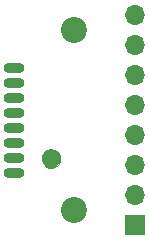
<source format=gbr>
%TF.GenerationSoftware,KiCad,Pcbnew,(5.1.9-0-10_14)*%
%TF.CreationDate,2021-03-17T23:59:50+01:00*%
%TF.ProjectId,PogoDebug,506f676f-4465-4627-9567-2e6b69636164,rev?*%
%TF.SameCoordinates,Original*%
%TF.FileFunction,Soldermask,Bot*%
%TF.FilePolarity,Negative*%
%FSLAX46Y46*%
G04 Gerber Fmt 4.6, Leading zero omitted, Abs format (unit mm)*
G04 Created by KiCad (PCBNEW (5.1.9-0-10_14)) date 2021-03-17 23:59:50*
%MOMM*%
%LPD*%
G01*
G04 APERTURE LIST*
%ADD10C,0.010000*%
%ADD11O,1.700000X1.700000*%
%ADD12R,1.700000X1.700000*%
%ADD13C,2.200000*%
%ADD14O,1.800000X0.900000*%
G04 APERTURE END LIST*
D10*
%TO.C,G\u002A\u002A\u002A*%
G36*
X146365808Y-106171890D02*
G01*
X146582828Y-105985715D01*
X146729476Y-105737516D01*
X146782768Y-105453775D01*
X146719718Y-105160976D01*
X146546455Y-104913545D01*
X146268591Y-104742896D01*
X145933135Y-104687085D01*
X145612838Y-104755861D01*
X145563165Y-104781783D01*
X145364940Y-104979661D01*
X145230972Y-105265661D01*
X145194600Y-105561417D01*
X145204188Y-105625557D01*
X145304680Y-105841345D01*
X145483238Y-106058376D01*
X145522374Y-106093448D01*
X145812596Y-106252239D01*
X146101403Y-106269559D01*
X146365808Y-106171890D01*
G37*
X146365808Y-106171890D02*
X146582828Y-105985715D01*
X146729476Y-105737516D01*
X146782768Y-105453775D01*
X146719718Y-105160976D01*
X146546455Y-104913545D01*
X146268591Y-104742896D01*
X145933135Y-104687085D01*
X145612838Y-104755861D01*
X145563165Y-104781783D01*
X145364940Y-104979661D01*
X145230972Y-105265661D01*
X145194600Y-105561417D01*
X145204188Y-105625557D01*
X145304680Y-105841345D01*
X145483238Y-106058376D01*
X145522374Y-106093448D01*
X145812596Y-106252239D01*
X146101403Y-106269559D01*
X146365808Y-106171890D01*
%TD*%
D11*
%TO.C,J10*%
X153135000Y-93345000D03*
X153135000Y-95885000D03*
X153135000Y-98425000D03*
X153135000Y-100965000D03*
X153135000Y-103505000D03*
X153135000Y-106045000D03*
X153135000Y-108585000D03*
D12*
X153135000Y-111125000D03*
%TD*%
D13*
%TO.C,H2*%
X147955000Y-94615000D03*
%TD*%
%TO.C,H1*%
X147955000Y-109855000D03*
%TD*%
D14*
%TO.C,J7*%
X142875000Y-99060000D03*
%TD*%
%TO.C,J1*%
X142875000Y-106680000D03*
%TD*%
%TO.C,J2*%
X142875000Y-105410000D03*
%TD*%
%TO.C,J3*%
X142875000Y-104140000D03*
%TD*%
%TO.C,J4*%
X142875000Y-102870000D03*
%TD*%
%TO.C,J5*%
X142875000Y-101600000D03*
%TD*%
%TO.C,J6*%
X142875000Y-100330000D03*
%TD*%
%TO.C,J8*%
X142875000Y-97790000D03*
%TD*%
M02*

</source>
